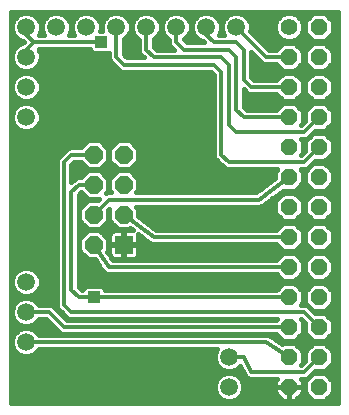
<source format=gbl>
G75*
%MOIN*%
%OFA0B0*%
%FSLAX24Y24*%
%IPPOS*%
%LPD*%
%AMOC8*
5,1,8,0,0,1.08239X$1,22.5*
%
%ADD10R,0.0600X0.0600*%
%ADD11OC8,0.0600*%
%ADD12C,0.0560*%
%ADD13OC8,0.0560*%
%ADD14C,0.0160*%
%ADD15C,0.0591*%
%ADD16C,0.0120*%
%ADD17R,0.0396X0.0396*%
D10*
X005180Y006430D03*
D11*
X005180Y007430D03*
X005180Y008430D03*
X005180Y009430D03*
X004180Y009430D03*
X004180Y008430D03*
X004180Y007430D03*
X004180Y006430D03*
D12*
X010680Y013680D03*
D13*
X010680Y012680D03*
X010680Y011680D03*
X010680Y010680D03*
X010680Y009680D03*
X010680Y008680D03*
X010680Y007680D03*
X010680Y006680D03*
X010680Y005680D03*
X010680Y004680D03*
X010680Y003680D03*
X010680Y002680D03*
X010680Y001680D03*
X011680Y001680D03*
X011680Y002680D03*
X011680Y003680D03*
X011680Y004680D03*
X011680Y005680D03*
X011680Y006680D03*
X011680Y007680D03*
X011680Y008680D03*
X011680Y009680D03*
X011680Y010680D03*
X011680Y011680D03*
X011680Y012680D03*
X011680Y013680D03*
D14*
X001410Y014196D02*
X001410Y001160D01*
X012320Y001160D01*
X012320Y014196D01*
X001410Y014196D01*
X001410Y014153D02*
X001829Y014153D01*
X001835Y014155D02*
X001661Y014083D01*
X001527Y013949D01*
X001455Y013775D01*
X001455Y013585D01*
X001527Y013411D01*
X001661Y013277D01*
X001802Y013219D01*
X001841Y013180D01*
X001802Y013141D01*
X001661Y013083D01*
X001527Y012949D01*
X001455Y012775D01*
X001455Y012585D01*
X001527Y012411D01*
X001661Y012277D01*
X001835Y012205D01*
X002025Y012205D01*
X002199Y012277D01*
X002333Y012411D01*
X002405Y012585D01*
X002405Y012775D01*
X002337Y012940D01*
X004052Y012940D01*
X004052Y012907D01*
X004157Y012802D01*
X004690Y012802D01*
X004690Y012632D01*
X004727Y012544D01*
X004794Y012477D01*
X005044Y012227D01*
X005132Y012190D01*
X008081Y012190D01*
X008190Y012081D01*
X008190Y009382D01*
X008227Y009294D01*
X008294Y009227D01*
X008544Y008977D01*
X008632Y008940D01*
X010289Y008940D01*
X010220Y008871D01*
X010220Y008635D01*
X009600Y008170D01*
X005599Y008170D01*
X005660Y008231D01*
X005660Y008629D01*
X005379Y008910D01*
X004981Y008910D01*
X004700Y008629D01*
X004700Y008231D01*
X004761Y008170D01*
X004632Y008170D01*
X004575Y008146D01*
X004660Y008231D01*
X004660Y008629D01*
X004379Y008910D01*
X003981Y008910D01*
X003741Y008670D01*
X003632Y008670D01*
X003544Y008633D01*
X003420Y008509D01*
X003420Y009081D01*
X003529Y009190D01*
X003741Y009190D01*
X003981Y008950D01*
X004379Y008950D01*
X004660Y009231D01*
X004660Y009629D01*
X004379Y009910D01*
X003981Y009910D01*
X003741Y009670D01*
X003382Y009670D01*
X003294Y009633D01*
X003044Y009383D01*
X002977Y009316D01*
X002940Y009228D01*
X002940Y004382D01*
X002977Y004294D01*
X003227Y004044D01*
X003294Y003977D01*
X003382Y003940D01*
X010289Y003940D01*
X010269Y003920D01*
X003279Y003920D01*
X002883Y004316D01*
X002816Y004383D01*
X002728Y004420D01*
X002345Y004420D01*
X002333Y004449D01*
X002199Y004583D01*
X002025Y004655D01*
X001835Y004655D01*
X001661Y004583D01*
X001527Y004449D01*
X001455Y004275D01*
X001455Y004085D01*
X001527Y003911D01*
X001661Y003777D01*
X001835Y003705D01*
X002025Y003705D01*
X002199Y003777D01*
X002333Y003911D01*
X002345Y003940D01*
X002581Y003940D01*
X003044Y003477D01*
X003132Y003440D01*
X010269Y003440D01*
X010489Y003220D01*
X010871Y003220D01*
X011140Y003489D01*
X011140Y003871D01*
X011071Y003940D01*
X011081Y003940D01*
X011220Y003801D01*
X011220Y003489D01*
X011489Y003220D01*
X011871Y003220D01*
X012140Y003489D01*
X012140Y003871D01*
X011871Y004140D01*
X011559Y004140D01*
X011316Y004383D01*
X011228Y004420D01*
X011071Y004420D01*
X011140Y004489D01*
X011140Y004871D01*
X010871Y005140D01*
X010489Y005140D01*
X010269Y004920D01*
X004558Y004920D01*
X004558Y004953D01*
X004453Y005058D01*
X003907Y005058D01*
X003802Y004953D01*
X003802Y004920D01*
X003779Y004920D01*
X003670Y005029D01*
X003670Y008081D01*
X003760Y008171D01*
X003981Y007950D01*
X004361Y007950D01*
X004321Y007910D01*
X003981Y007910D01*
X003700Y007629D01*
X003700Y007231D01*
X003981Y006950D01*
X004379Y006950D01*
X004660Y007231D01*
X004660Y007571D01*
X004700Y007611D01*
X004700Y007231D01*
X004981Y006950D01*
X005379Y006950D01*
X005396Y006968D01*
X005473Y006910D01*
X005200Y006910D01*
X005200Y006450D01*
X005160Y006450D01*
X005160Y006910D01*
X004856Y006910D01*
X004811Y006898D01*
X004769Y006874D01*
X004736Y006841D01*
X004712Y006799D01*
X004700Y006754D01*
X004700Y006450D01*
X005160Y006450D01*
X005160Y006410D01*
X004700Y006410D01*
X004700Y006106D01*
X004711Y006067D01*
X004625Y006196D01*
X004660Y006231D01*
X004660Y006629D01*
X004379Y006910D01*
X003981Y006910D01*
X003700Y006629D01*
X003700Y006231D01*
X003981Y005950D01*
X004212Y005950D01*
X004467Y005566D01*
X004477Y005544D01*
X004493Y005527D01*
X004507Y005507D01*
X004527Y005494D01*
X004544Y005477D01*
X004566Y005467D01*
X004586Y005454D01*
X004610Y005449D01*
X004632Y005440D01*
X004656Y005440D01*
X004680Y005435D01*
X004704Y005440D01*
X010269Y005440D01*
X010489Y005220D01*
X010871Y005220D01*
X011140Y005489D01*
X011140Y005871D01*
X010871Y006140D01*
X010489Y006140D01*
X010269Y005920D01*
X004808Y005920D01*
X004754Y006001D01*
X004769Y005986D01*
X004811Y005962D01*
X004856Y005950D01*
X005160Y005950D01*
X005160Y006410D01*
X005200Y006410D01*
X005200Y006450D01*
X005660Y006450D01*
X005660Y006754D01*
X005655Y006774D01*
X006022Y006498D01*
X006044Y006477D01*
X006060Y006470D01*
X006074Y006459D01*
X006104Y006452D01*
X006132Y006440D01*
X006150Y006440D01*
X006167Y006436D01*
X006197Y006440D01*
X010269Y006440D01*
X010489Y006220D01*
X010871Y006220D01*
X011140Y006489D01*
X011140Y006871D01*
X010871Y007140D01*
X010489Y007140D01*
X010269Y006920D01*
X006260Y006920D01*
X005660Y007370D01*
X005660Y007629D01*
X005599Y007690D01*
X009663Y007690D01*
X009693Y007686D01*
X009710Y007690D01*
X009728Y007690D01*
X009756Y007702D01*
X009786Y007709D01*
X009800Y007720D01*
X009816Y007727D01*
X009838Y007748D01*
X010480Y008230D01*
X010489Y008220D01*
X010871Y008220D01*
X011140Y008489D01*
X011140Y008871D01*
X011071Y008940D01*
X011228Y008940D01*
X011316Y008977D01*
X011383Y009044D01*
X011559Y009220D01*
X011871Y009220D01*
X012140Y009489D01*
X012140Y009871D01*
X011871Y010140D01*
X011489Y010140D01*
X011220Y009871D01*
X011220Y009559D01*
X011081Y009420D01*
X011071Y009420D01*
X011140Y009489D01*
X011140Y009871D01*
X011071Y009940D01*
X011228Y009940D01*
X011316Y009977D01*
X011383Y010044D01*
X011559Y010220D01*
X011871Y010220D01*
X012140Y010489D01*
X012140Y010871D01*
X011871Y011140D01*
X011489Y011140D01*
X011220Y010871D01*
X011220Y010559D01*
X011081Y010420D01*
X011071Y010420D01*
X011140Y010489D01*
X011140Y010871D01*
X010871Y011140D01*
X010489Y011140D01*
X010269Y010920D01*
X009279Y010920D01*
X009170Y011029D01*
X009170Y011601D01*
X009294Y011477D01*
X009382Y011440D01*
X010269Y011440D01*
X010489Y011220D01*
X010871Y011220D01*
X011140Y011489D01*
X011140Y011871D01*
X010871Y012140D01*
X010489Y012140D01*
X010269Y011920D01*
X009529Y011920D01*
X009420Y012029D01*
X009420Y012851D01*
X009727Y012544D01*
X009794Y012477D01*
X009882Y012440D01*
X010269Y012440D01*
X010489Y012220D01*
X010871Y012220D01*
X011140Y012489D01*
X011140Y012871D01*
X010871Y013140D01*
X010489Y013140D01*
X010269Y012920D01*
X010029Y012920D01*
X009393Y013556D01*
X009405Y013585D01*
X009405Y013775D01*
X009333Y013949D01*
X009199Y014083D01*
X009025Y014155D01*
X008835Y014155D01*
X008661Y014083D01*
X008527Y013949D01*
X008455Y013775D01*
X008455Y013585D01*
X008523Y013420D01*
X008337Y013420D01*
X008405Y013585D01*
X008405Y013775D01*
X008333Y013949D01*
X008199Y014083D01*
X008025Y014155D01*
X007835Y014155D01*
X007661Y014083D01*
X007527Y013949D01*
X007455Y013775D01*
X007455Y013585D01*
X007527Y013411D01*
X007661Y013277D01*
X007802Y013219D01*
X007851Y013170D01*
X007279Y013170D01*
X007180Y013269D01*
X007199Y013277D01*
X007333Y013411D01*
X007405Y013585D01*
X007405Y013775D01*
X007333Y013949D01*
X007199Y014083D01*
X007025Y014155D01*
X006835Y014155D01*
X006661Y014083D01*
X006527Y013949D01*
X006455Y013775D01*
X006455Y013585D01*
X006527Y013411D01*
X006661Y013277D01*
X006690Y013265D01*
X006690Y013132D01*
X006727Y013044D01*
X006794Y012977D01*
X006851Y012920D01*
X006279Y012920D01*
X006170Y013029D01*
X006170Y013265D01*
X006199Y013277D01*
X006333Y013411D01*
X006405Y013585D01*
X006405Y013775D01*
X006333Y013949D01*
X006199Y014083D01*
X006025Y014155D01*
X005835Y014155D01*
X005661Y014083D01*
X005527Y013949D01*
X005455Y013775D01*
X005455Y013585D01*
X005527Y013411D01*
X005661Y013277D01*
X005690Y013265D01*
X005690Y012882D01*
X005727Y012794D01*
X005794Y012727D01*
X005851Y012670D01*
X005279Y012670D01*
X005170Y012779D01*
X005170Y013265D01*
X005199Y013277D01*
X005333Y013411D01*
X005405Y013585D01*
X005405Y013775D01*
X005333Y013949D01*
X005199Y014083D01*
X005025Y014155D01*
X004835Y014155D01*
X004661Y014083D01*
X004527Y013949D01*
X004455Y013775D01*
X004455Y013585D01*
X004466Y013558D01*
X004394Y013558D01*
X004405Y013585D01*
X004405Y013775D01*
X004333Y013949D01*
X004199Y014083D01*
X004025Y014155D01*
X003835Y014155D01*
X003661Y014083D01*
X003527Y013949D01*
X003455Y013775D01*
X003455Y013585D01*
X003523Y013420D01*
X003337Y013420D01*
X003405Y013585D01*
X003405Y013775D01*
X003333Y013949D01*
X003199Y014083D01*
X003025Y014155D01*
X002835Y014155D01*
X002661Y014083D01*
X002527Y013949D01*
X002455Y013775D01*
X002455Y013585D01*
X002523Y013420D01*
X002337Y013420D01*
X002405Y013585D01*
X002405Y013775D01*
X002333Y013949D01*
X002199Y014083D01*
X002025Y014155D01*
X001835Y014155D01*
X002031Y014153D02*
X002829Y014153D01*
X003031Y014153D02*
X003829Y014153D01*
X004031Y014153D02*
X004829Y014153D01*
X005031Y014153D02*
X005829Y014153D01*
X006031Y014153D02*
X006829Y014153D01*
X007031Y014153D02*
X007829Y014153D01*
X008031Y014153D02*
X008829Y014153D01*
X009031Y014153D02*
X012320Y014153D01*
X012320Y013994D02*
X012017Y013994D01*
X012140Y013871D02*
X011871Y014140D01*
X011489Y014140D01*
X011220Y013871D01*
X011220Y013489D01*
X011489Y013220D01*
X011871Y013220D01*
X012140Y013489D01*
X012140Y013871D01*
X012140Y013836D02*
X012320Y013836D01*
X012320Y013677D02*
X012140Y013677D01*
X012140Y013519D02*
X012320Y013519D01*
X012320Y013360D02*
X012011Y013360D01*
X011871Y013140D02*
X011489Y013140D01*
X011220Y012871D01*
X011220Y012489D01*
X011489Y012220D01*
X011871Y012220D01*
X012140Y012489D01*
X012140Y012871D01*
X011871Y013140D01*
X011968Y013043D02*
X012320Y013043D01*
X012320Y012885D02*
X012126Y012885D01*
X012140Y012726D02*
X012320Y012726D01*
X012320Y012568D02*
X012140Y012568D01*
X012060Y012409D02*
X012320Y012409D01*
X012320Y012251D02*
X011901Y012251D01*
X011871Y012140D02*
X011489Y012140D01*
X011220Y011871D01*
X011220Y011489D01*
X011489Y011220D01*
X011871Y011220D01*
X012140Y011489D01*
X012140Y011871D01*
X011871Y012140D01*
X011919Y012092D02*
X012320Y012092D01*
X012320Y011934D02*
X012077Y011934D01*
X012140Y011775D02*
X012320Y011775D01*
X012320Y011617D02*
X012140Y011617D01*
X012109Y011458D02*
X012320Y011458D01*
X012320Y011300D02*
X011950Y011300D01*
X012028Y010983D02*
X012320Y010983D01*
X012320Y011141D02*
X009170Y011141D01*
X009170Y011300D02*
X010410Y011300D01*
X010332Y010983D02*
X009217Y010983D01*
X009170Y011458D02*
X009339Y011458D01*
X009516Y011934D02*
X010283Y011934D01*
X010441Y012092D02*
X009420Y012092D01*
X009420Y012251D02*
X010459Y012251D01*
X010300Y012409D02*
X009420Y012409D01*
X009420Y012568D02*
X009703Y012568D01*
X009727Y012544D02*
X009727Y012544D01*
X009545Y012726D02*
X009420Y012726D01*
X009748Y013202D02*
X012320Y013202D01*
X011459Y012251D02*
X010901Y012251D01*
X010919Y012092D02*
X011441Y012092D01*
X011283Y011934D02*
X011077Y011934D01*
X011140Y011775D02*
X011220Y011775D01*
X011220Y011617D02*
X011140Y011617D01*
X011109Y011458D02*
X011251Y011458D01*
X011410Y011300D02*
X010950Y011300D01*
X011028Y010983D02*
X011332Y010983D01*
X011220Y010824D02*
X011140Y010824D01*
X011140Y010666D02*
X011220Y010666D01*
X011168Y010507D02*
X011140Y010507D01*
X011529Y010190D02*
X012320Y010190D01*
X012320Y010032D02*
X011979Y010032D01*
X012138Y009873D02*
X012320Y009873D01*
X012320Y009715D02*
X012140Y009715D01*
X012140Y009556D02*
X012320Y009556D01*
X012320Y009398D02*
X012048Y009398D01*
X011890Y009239D02*
X012320Y009239D01*
X012320Y009081D02*
X011930Y009081D01*
X011871Y009140D02*
X011489Y009140D01*
X011220Y008871D01*
X011220Y008489D01*
X011489Y008220D01*
X011871Y008220D01*
X012140Y008489D01*
X012140Y008871D01*
X011871Y009140D01*
X012089Y008922D02*
X012320Y008922D01*
X012320Y008764D02*
X012140Y008764D01*
X012140Y008605D02*
X012320Y008605D01*
X012320Y008447D02*
X012097Y008447D01*
X011939Y008288D02*
X012320Y008288D01*
X012320Y008130D02*
X011881Y008130D01*
X011871Y008140D02*
X011489Y008140D01*
X011220Y007871D01*
X011220Y007489D01*
X011489Y007220D01*
X011871Y007220D01*
X012140Y007489D01*
X012140Y007871D01*
X011871Y008140D01*
X012040Y007971D02*
X012320Y007971D01*
X012320Y007813D02*
X012140Y007813D01*
X012140Y007654D02*
X012320Y007654D01*
X012320Y007496D02*
X012140Y007496D01*
X011988Y007337D02*
X012320Y007337D01*
X012320Y007179D02*
X005915Y007179D01*
X005704Y007337D02*
X010372Y007337D01*
X010489Y007220D02*
X010220Y007489D01*
X010220Y007871D01*
X010489Y008140D01*
X010871Y008140D01*
X011140Y007871D01*
X011140Y007489D01*
X010871Y007220D01*
X010489Y007220D01*
X010369Y007020D02*
X006127Y007020D01*
X005749Y006703D02*
X005660Y006703D01*
X005660Y006545D02*
X005961Y006545D01*
X005660Y006410D02*
X005200Y006410D01*
X005200Y005950D01*
X005504Y005950D01*
X005549Y005962D01*
X005591Y005986D01*
X005624Y006019D01*
X005648Y006061D01*
X005660Y006106D01*
X005660Y006410D01*
X005660Y006386D02*
X010323Y006386D01*
X010482Y006228D02*
X005660Y006228D01*
X005650Y006069D02*
X010418Y006069D01*
X010878Y006228D02*
X011482Y006228D01*
X011489Y006220D02*
X011871Y006220D01*
X012140Y006489D01*
X012140Y006871D01*
X011871Y007140D01*
X011489Y007140D01*
X011220Y006871D01*
X011220Y006489D01*
X011489Y006220D01*
X011489Y006140D02*
X011220Y005871D01*
X011220Y005489D01*
X011489Y005220D01*
X011871Y005220D01*
X012140Y005489D01*
X012140Y005871D01*
X011871Y006140D01*
X011489Y006140D01*
X011418Y006069D02*
X010942Y006069D01*
X011100Y005911D02*
X011260Y005911D01*
X011220Y005752D02*
X011140Y005752D01*
X011140Y005594D02*
X011220Y005594D01*
X011274Y005435D02*
X011086Y005435D01*
X010927Y005277D02*
X011433Y005277D01*
X011489Y005140D02*
X011220Y004871D01*
X011220Y004489D01*
X011489Y004220D01*
X011871Y004220D01*
X012140Y004489D01*
X012140Y004871D01*
X011871Y005140D01*
X011489Y005140D01*
X011467Y005118D02*
X010893Y005118D01*
X011051Y004960D02*
X011309Y004960D01*
X011220Y004801D02*
X011140Y004801D01*
X011140Y004643D02*
X011220Y004643D01*
X011225Y004484D02*
X011135Y004484D01*
X011374Y004326D02*
X011384Y004326D01*
X011532Y004167D02*
X012320Y004167D01*
X012320Y004009D02*
X012002Y004009D01*
X012140Y003850D02*
X012320Y003850D01*
X012320Y003692D02*
X012140Y003692D01*
X012140Y003533D02*
X012320Y003533D01*
X012320Y003375D02*
X012025Y003375D01*
X011871Y003140D02*
X011489Y003140D01*
X011220Y002871D01*
X011220Y002559D01*
X011081Y002420D01*
X011071Y002420D01*
X011140Y002489D01*
X011140Y002871D01*
X010871Y003140D01*
X010489Y003140D01*
X010463Y003113D01*
X010083Y003367D01*
X010066Y003383D01*
X010044Y003393D01*
X010023Y003406D01*
X010000Y003411D01*
X009978Y003420D01*
X009954Y003420D01*
X009930Y003425D01*
X009906Y003420D01*
X002345Y003420D01*
X002333Y003449D01*
X002199Y003583D01*
X002025Y003655D01*
X001835Y003655D01*
X001661Y003583D01*
X001527Y003449D01*
X001455Y003275D01*
X001455Y003085D01*
X001527Y002911D01*
X001661Y002777D01*
X001835Y002705D01*
X002025Y002705D01*
X002199Y002777D01*
X002333Y002911D01*
X002345Y002940D01*
X008273Y002940D01*
X008205Y002775D01*
X008205Y002585D01*
X008277Y002411D01*
X008411Y002277D01*
X008585Y002205D01*
X008775Y002205D01*
X008949Y002277D01*
X009058Y002386D01*
X009212Y002080D01*
X009227Y002044D01*
X009233Y002038D01*
X009237Y002030D01*
X009266Y002004D01*
X009294Y001977D01*
X009302Y001973D01*
X009309Y001967D01*
X009346Y001955D01*
X009382Y001940D01*
X009391Y001940D01*
X009399Y001937D01*
X009439Y001940D01*
X010289Y001940D01*
X010220Y001871D01*
X010220Y001690D01*
X010670Y001690D01*
X010670Y001670D01*
X010690Y001670D01*
X010690Y001690D01*
X011140Y001690D01*
X011140Y001871D01*
X011071Y001940D01*
X011228Y001940D01*
X011316Y001977D01*
X011383Y002044D01*
X011559Y002220D01*
X011871Y002220D01*
X012140Y002489D01*
X012140Y002871D01*
X011871Y003140D01*
X011953Y003058D02*
X012320Y003058D01*
X012320Y003216D02*
X010309Y003216D01*
X010335Y003375D02*
X010075Y003375D01*
X010953Y003058D02*
X011407Y003058D01*
X011248Y002899D02*
X011112Y002899D01*
X011140Y002741D02*
X011220Y002741D01*
X011220Y002582D02*
X011140Y002582D01*
X011084Y002424D02*
X011074Y002424D01*
X011446Y002107D02*
X011456Y002107D01*
X011489Y002140D02*
X011220Y001871D01*
X011220Y001489D01*
X011489Y001220D01*
X011871Y001220D01*
X012140Y001489D01*
X012140Y001871D01*
X011871Y002140D01*
X011489Y002140D01*
X011297Y001948D02*
X011247Y001948D01*
X011220Y001790D02*
X011140Y001790D01*
X011140Y001670D02*
X010690Y001670D01*
X010690Y001220D01*
X010871Y001220D01*
X011140Y001489D01*
X011140Y001670D01*
X011140Y001631D02*
X011220Y001631D01*
X011237Y001473D02*
X011123Y001473D01*
X010965Y001314D02*
X011395Y001314D01*
X011965Y001314D02*
X012320Y001314D01*
X012320Y001473D02*
X012123Y001473D01*
X012140Y001631D02*
X012320Y001631D01*
X012320Y001790D02*
X012140Y001790D01*
X012063Y001948D02*
X012320Y001948D01*
X012320Y002107D02*
X011904Y002107D01*
X011916Y002265D02*
X012320Y002265D01*
X012320Y002424D02*
X012074Y002424D01*
X012140Y002582D02*
X012320Y002582D01*
X012320Y002741D02*
X012140Y002741D01*
X012112Y002899D02*
X012320Y002899D01*
X011335Y003375D02*
X011025Y003375D01*
X011140Y003533D02*
X011220Y003533D01*
X011220Y003692D02*
X011140Y003692D01*
X011140Y003850D02*
X011171Y003850D01*
X011976Y004326D02*
X012320Y004326D01*
X012320Y004484D02*
X012135Y004484D01*
X012140Y004643D02*
X012320Y004643D01*
X012320Y004801D02*
X012140Y004801D01*
X012051Y004960D02*
X012320Y004960D01*
X012320Y005118D02*
X011893Y005118D01*
X011927Y005277D02*
X012320Y005277D01*
X012320Y005435D02*
X012086Y005435D01*
X012140Y005594D02*
X012320Y005594D01*
X012320Y005752D02*
X012140Y005752D01*
X012100Y005911D02*
X012320Y005911D01*
X012320Y006069D02*
X011942Y006069D01*
X011878Y006228D02*
X012320Y006228D01*
X012320Y006386D02*
X012037Y006386D01*
X012140Y006545D02*
X012320Y006545D01*
X012320Y006703D02*
X012140Y006703D01*
X012140Y006862D02*
X012320Y006862D01*
X012320Y007020D02*
X011991Y007020D01*
X011369Y007020D02*
X010991Y007020D01*
X011140Y006862D02*
X011220Y006862D01*
X011220Y006703D02*
X011140Y006703D01*
X011140Y006545D02*
X011220Y006545D01*
X011323Y006386D02*
X011037Y006386D01*
X010988Y007337D02*
X011372Y007337D01*
X011220Y007496D02*
X011140Y007496D01*
X011140Y007654D02*
X011220Y007654D01*
X011220Y007813D02*
X011140Y007813D01*
X011040Y007971D02*
X011320Y007971D01*
X011479Y008130D02*
X010881Y008130D01*
X010939Y008288D02*
X011421Y008288D01*
X011263Y008447D02*
X011097Y008447D01*
X011140Y008605D02*
X011220Y008605D01*
X011220Y008764D02*
X011140Y008764D01*
X011089Y008922D02*
X011271Y008922D01*
X011420Y009081D02*
X011430Y009081D01*
X011217Y009556D02*
X011140Y009556D01*
X011140Y009715D02*
X011220Y009715D01*
X011222Y009873D02*
X011138Y009873D01*
X011371Y010032D02*
X011381Y010032D01*
X011999Y010349D02*
X012320Y010349D01*
X012320Y010507D02*
X012140Y010507D01*
X012140Y010666D02*
X012320Y010666D01*
X012320Y010824D02*
X012140Y010824D01*
X011300Y012409D02*
X011060Y012409D01*
X011140Y012568D02*
X011220Y012568D01*
X011220Y012726D02*
X011140Y012726D01*
X011126Y012885D02*
X011234Y012885D01*
X011392Y013043D02*
X010968Y013043D01*
X010941Y013290D02*
X010771Y013220D01*
X010588Y013220D01*
X010419Y013290D01*
X010290Y013419D01*
X010220Y013588D01*
X010220Y013771D01*
X010290Y013941D01*
X010419Y014070D01*
X010588Y014140D01*
X010771Y014140D01*
X010941Y014070D01*
X011070Y013941D01*
X011140Y013771D01*
X011140Y013588D01*
X011070Y013419D01*
X010941Y013290D01*
X011011Y013360D02*
X011349Y013360D01*
X011220Y013519D02*
X011111Y013519D01*
X011140Y013677D02*
X011220Y013677D01*
X011220Y013836D02*
X011113Y013836D01*
X011017Y013994D02*
X011343Y013994D01*
X010349Y013360D02*
X009589Y013360D01*
X009431Y013519D02*
X010249Y013519D01*
X010220Y013677D02*
X009405Y013677D01*
X009380Y013836D02*
X010247Y013836D01*
X010343Y013994D02*
X009288Y013994D01*
X008572Y013994D02*
X008288Y013994D01*
X008380Y013836D02*
X008480Y013836D01*
X008455Y013677D02*
X008405Y013677D01*
X008378Y013519D02*
X008482Y013519D01*
X007819Y013202D02*
X007248Y013202D01*
X007282Y013360D02*
X007578Y013360D01*
X007482Y013519D02*
X007378Y013519D01*
X007405Y013677D02*
X007455Y013677D01*
X007480Y013836D02*
X007380Y013836D01*
X007288Y013994D02*
X007572Y013994D01*
X006690Y013202D02*
X006170Y013202D01*
X006170Y013043D02*
X006728Y013043D01*
X006578Y013360D02*
X006282Y013360D01*
X006378Y013519D02*
X006482Y013519D01*
X006455Y013677D02*
X006405Y013677D01*
X006380Y013836D02*
X006480Y013836D01*
X006572Y013994D02*
X006288Y013994D01*
X005572Y013994D02*
X005288Y013994D01*
X005380Y013836D02*
X005480Y013836D01*
X005455Y013677D02*
X005405Y013677D01*
X005378Y013519D02*
X005482Y013519D01*
X005578Y013360D02*
X005282Y013360D01*
X005170Y013202D02*
X005690Y013202D01*
X005690Y013043D02*
X005170Y013043D01*
X005170Y012885D02*
X005690Y012885D01*
X005795Y012726D02*
X005223Y012726D01*
X004862Y012409D02*
X002331Y012409D01*
X002398Y012568D02*
X004717Y012568D01*
X004690Y012726D02*
X002405Y012726D01*
X002360Y012885D02*
X004075Y012885D01*
X003482Y013519D02*
X003378Y013519D01*
X003405Y013677D02*
X003455Y013677D01*
X003480Y013836D02*
X003380Y013836D01*
X003288Y013994D02*
X003572Y013994D01*
X004288Y013994D02*
X004572Y013994D01*
X004480Y013836D02*
X004380Y013836D01*
X004405Y013677D02*
X004455Y013677D01*
X005020Y012251D02*
X002135Y012251D01*
X002025Y012155D02*
X002199Y012083D01*
X002333Y011949D01*
X002405Y011775D01*
X008190Y011775D01*
X008190Y011617D02*
X002405Y011617D01*
X002405Y011585D02*
X002333Y011411D01*
X002199Y011277D01*
X002025Y011205D01*
X001835Y011205D01*
X001661Y011277D01*
X001527Y011411D01*
X001455Y011585D01*
X001455Y011775D01*
X001410Y011775D01*
X001455Y011775D02*
X001527Y011949D01*
X001661Y012083D01*
X001835Y012155D01*
X002025Y012155D01*
X002177Y012092D02*
X008179Y012092D01*
X008190Y011934D02*
X002339Y011934D01*
X002405Y011775D02*
X002405Y011585D01*
X002352Y011458D02*
X008190Y011458D01*
X008190Y011300D02*
X002222Y011300D01*
X002199Y011083D02*
X002025Y011155D01*
X001835Y011155D01*
X001661Y011083D01*
X001527Y010949D01*
X001455Y010775D01*
X001455Y010585D01*
X001527Y010411D01*
X001661Y010277D01*
X001835Y010205D01*
X002025Y010205D01*
X002199Y010277D01*
X002333Y010411D01*
X002405Y010585D01*
X002405Y010775D01*
X002333Y010949D01*
X002199Y011083D01*
X002300Y010983D02*
X008190Y010983D01*
X008190Y011141D02*
X002059Y011141D01*
X001801Y011141D02*
X001410Y011141D01*
X001410Y010983D02*
X001560Y010983D01*
X001475Y010824D02*
X001410Y010824D01*
X001410Y010666D02*
X001455Y010666D01*
X001487Y010507D02*
X001410Y010507D01*
X001410Y010349D02*
X001589Y010349D01*
X001410Y010190D02*
X008190Y010190D01*
X008190Y010032D02*
X001410Y010032D01*
X001410Y009873D02*
X003944Y009873D01*
X003786Y009715D02*
X001410Y009715D01*
X001410Y009556D02*
X003217Y009556D01*
X003058Y009398D02*
X001410Y009398D01*
X001410Y009239D02*
X002945Y009239D01*
X002940Y009081D02*
X001410Y009081D01*
X001410Y008922D02*
X002940Y008922D01*
X002940Y008764D02*
X001410Y008764D01*
X001410Y008605D02*
X002940Y008605D01*
X002940Y008447D02*
X001410Y008447D01*
X001410Y008288D02*
X002940Y008288D01*
X002940Y008130D02*
X001410Y008130D01*
X001410Y007971D02*
X002940Y007971D01*
X002940Y007813D02*
X001410Y007813D01*
X001410Y007654D02*
X002940Y007654D01*
X002940Y007496D02*
X001410Y007496D01*
X001410Y007337D02*
X002940Y007337D01*
X002940Y007179D02*
X001410Y007179D01*
X001410Y007020D02*
X002940Y007020D01*
X002940Y006862D02*
X001410Y006862D01*
X001410Y006703D02*
X002940Y006703D01*
X002940Y006545D02*
X001410Y006545D01*
X001410Y006386D02*
X002940Y006386D01*
X002940Y006228D02*
X001410Y006228D01*
X001410Y006069D02*
X002940Y006069D01*
X002940Y005911D02*
X001410Y005911D01*
X001410Y005752D02*
X002940Y005752D01*
X002940Y005594D02*
X002174Y005594D01*
X002199Y005583D02*
X002025Y005655D01*
X001835Y005655D01*
X001661Y005583D01*
X001527Y005449D01*
X001455Y005275D01*
X001455Y005085D01*
X001527Y004911D01*
X001661Y004777D01*
X001835Y004705D01*
X002025Y004705D01*
X002199Y004777D01*
X002333Y004911D01*
X002405Y005085D01*
X002405Y005275D01*
X002333Y005449D01*
X002199Y005583D01*
X002339Y005435D02*
X002940Y005435D01*
X002940Y005277D02*
X002404Y005277D01*
X002405Y005118D02*
X002940Y005118D01*
X002940Y004960D02*
X002353Y004960D01*
X002223Y004801D02*
X002940Y004801D01*
X002940Y004643D02*
X002055Y004643D01*
X002298Y004484D02*
X002940Y004484D01*
X002964Y004326D02*
X002874Y004326D01*
X003032Y004167D02*
X003104Y004167D01*
X003191Y004009D02*
X003262Y004009D01*
X002829Y003692D02*
X001410Y003692D01*
X001410Y003850D02*
X001588Y003850D01*
X001487Y004009D02*
X001410Y004009D01*
X001410Y004167D02*
X001455Y004167D01*
X001476Y004326D02*
X001410Y004326D01*
X001410Y004484D02*
X001562Y004484D01*
X001410Y004643D02*
X001805Y004643D01*
X001637Y004801D02*
X001410Y004801D01*
X001410Y004960D02*
X001507Y004960D01*
X001455Y005118D02*
X001410Y005118D01*
X001410Y005277D02*
X001456Y005277D01*
X001410Y005435D02*
X001521Y005435D01*
X001410Y005594D02*
X001686Y005594D01*
X002272Y003850D02*
X002671Y003850D01*
X002988Y003533D02*
X002249Y003533D01*
X002321Y002899D02*
X008256Y002899D01*
X008205Y002741D02*
X002111Y002741D01*
X001749Y002741D02*
X001410Y002741D01*
X001410Y002899D02*
X001539Y002899D01*
X001466Y003058D02*
X001410Y003058D01*
X001410Y003216D02*
X001455Y003216D01*
X001496Y003375D02*
X001410Y003375D01*
X001410Y003533D02*
X001611Y003533D01*
X001410Y002582D02*
X008206Y002582D01*
X008272Y002424D02*
X001410Y002424D01*
X001410Y002265D02*
X008440Y002265D01*
X008468Y002107D02*
X001410Y002107D01*
X001410Y001948D02*
X008277Y001948D01*
X008277Y001949D02*
X008205Y001775D01*
X008205Y001585D01*
X008277Y001411D01*
X008411Y001277D01*
X008585Y001205D01*
X008775Y001205D01*
X008949Y001277D01*
X009083Y001411D01*
X009155Y001585D01*
X009155Y001775D01*
X009083Y001949D01*
X008949Y002083D01*
X008775Y002155D01*
X008585Y002155D01*
X008411Y002083D01*
X008277Y001949D01*
X008211Y001790D02*
X001410Y001790D01*
X001410Y001631D02*
X008205Y001631D01*
X008252Y001473D02*
X001410Y001473D01*
X001410Y001314D02*
X008374Y001314D01*
X008986Y001314D02*
X010395Y001314D01*
X010489Y001220D02*
X010220Y001489D01*
X010220Y001670D01*
X010670Y001670D01*
X010670Y001220D01*
X010489Y001220D01*
X010670Y001314D02*
X010690Y001314D01*
X010690Y001473D02*
X010670Y001473D01*
X010670Y001631D02*
X010690Y001631D01*
X010220Y001631D02*
X009155Y001631D01*
X009149Y001790D02*
X010220Y001790D01*
X010237Y001473D02*
X009108Y001473D01*
X009083Y001948D02*
X009363Y001948D01*
X009198Y002107D02*
X008892Y002107D01*
X008920Y002265D02*
X009119Y002265D01*
X010309Y004960D02*
X004551Y004960D01*
X004449Y005594D02*
X003670Y005594D01*
X003670Y005752D02*
X004344Y005752D01*
X004238Y005911D02*
X003670Y005911D01*
X003670Y006069D02*
X003862Y006069D01*
X003704Y006228D02*
X003670Y006228D01*
X003670Y006386D02*
X003700Y006386D01*
X003700Y006545D02*
X003670Y006545D01*
X003670Y006703D02*
X003774Y006703D01*
X003670Y006862D02*
X003933Y006862D01*
X003911Y007020D02*
X003670Y007020D01*
X003670Y007179D02*
X003753Y007179D01*
X003700Y007337D02*
X003670Y007337D01*
X003670Y007496D02*
X003700Y007496D01*
X003725Y007654D02*
X003670Y007654D01*
X003670Y007813D02*
X003884Y007813D01*
X003960Y007971D02*
X003670Y007971D01*
X003719Y008130D02*
X003802Y008130D01*
X003516Y008605D02*
X003420Y008605D01*
X003420Y008764D02*
X003835Y008764D01*
X003851Y009081D02*
X003420Y009081D01*
X003420Y008922D02*
X010271Y008922D01*
X010220Y008764D02*
X005525Y008764D01*
X005660Y008605D02*
X010180Y008605D01*
X009969Y008447D02*
X005660Y008447D01*
X005660Y008288D02*
X009757Y008288D01*
X010135Y007971D02*
X010320Y007971D01*
X010346Y008130D02*
X010479Y008130D01*
X010220Y007813D02*
X009923Y007813D01*
X010220Y007654D02*
X005635Y007654D01*
X005660Y007496D02*
X010220Y007496D01*
X010274Y005435D02*
X003670Y005435D01*
X003670Y005277D02*
X010433Y005277D01*
X010467Y005118D02*
X003670Y005118D01*
X003740Y004960D02*
X003809Y004960D01*
X004709Y006069D02*
X004710Y006069D01*
X004700Y006228D02*
X004656Y006228D01*
X004660Y006386D02*
X004700Y006386D01*
X004700Y006545D02*
X004660Y006545D01*
X004700Y006703D02*
X004586Y006703D01*
X004427Y006862D02*
X004757Y006862D01*
X004911Y007020D02*
X004449Y007020D01*
X004607Y007179D02*
X004753Y007179D01*
X004700Y007337D02*
X004660Y007337D01*
X004660Y007496D02*
X004700Y007496D01*
X005160Y006862D02*
X005200Y006862D01*
X005200Y006703D02*
X005160Y006703D01*
X005160Y006545D02*
X005200Y006545D01*
X005200Y006386D02*
X005160Y006386D01*
X005160Y006228D02*
X005200Y006228D01*
X005200Y006069D02*
X005160Y006069D01*
X004700Y008288D02*
X004660Y008288D01*
X004660Y008447D02*
X004700Y008447D01*
X004700Y008605D02*
X004660Y008605D01*
X004525Y008764D02*
X004835Y008764D01*
X004981Y008950D02*
X005379Y008950D01*
X005660Y009231D01*
X005660Y009629D01*
X005379Y009910D01*
X004981Y009910D01*
X004700Y009629D01*
X004700Y009231D01*
X004981Y008950D01*
X004851Y009081D02*
X004509Y009081D01*
X004660Y009239D02*
X004700Y009239D01*
X004700Y009398D02*
X004660Y009398D01*
X004660Y009556D02*
X004700Y009556D01*
X004786Y009715D02*
X004574Y009715D01*
X004416Y009873D02*
X004944Y009873D01*
X005416Y009873D02*
X008190Y009873D01*
X008190Y009715D02*
X005574Y009715D01*
X005660Y009556D02*
X008190Y009556D01*
X008190Y009398D02*
X005660Y009398D01*
X005660Y009239D02*
X008282Y009239D01*
X008440Y009081D02*
X005509Y009081D01*
X008190Y010349D02*
X002271Y010349D01*
X002373Y010507D02*
X008190Y010507D01*
X008190Y010666D02*
X002405Y010666D01*
X002385Y010824D02*
X008190Y010824D01*
X009906Y013043D02*
X010392Y013043D01*
X002572Y013994D02*
X002288Y013994D01*
X002380Y013836D02*
X002480Y013836D01*
X002455Y013677D02*
X002405Y013677D01*
X002378Y013519D02*
X002482Y013519D01*
X001819Y013202D02*
X001410Y013202D01*
X001410Y013360D02*
X001578Y013360D01*
X001482Y013519D02*
X001410Y013519D01*
X001410Y013677D02*
X001455Y013677D01*
X001480Y013836D02*
X001410Y013836D01*
X001410Y013994D02*
X001572Y013994D01*
X001621Y013043D02*
X001410Y013043D01*
X001410Y012885D02*
X001500Y012885D01*
X001455Y012726D02*
X001410Y012726D01*
X001410Y012568D02*
X001462Y012568D01*
X001410Y012409D02*
X001529Y012409D01*
X001410Y012251D02*
X001725Y012251D01*
X001683Y012092D02*
X001410Y012092D01*
X001410Y011934D02*
X001521Y011934D01*
X001455Y011617D02*
X001410Y011617D01*
X001410Y011458D02*
X001508Y011458D01*
X001410Y011300D02*
X001638Y011300D01*
D15*
X001930Y011680D03*
X001930Y012680D03*
X001930Y013680D03*
X002930Y013680D03*
X003930Y013680D03*
X004930Y013680D03*
X005930Y013680D03*
X006930Y013680D03*
X007930Y013680D03*
X008930Y013680D03*
X005180Y010930D03*
X001930Y010680D03*
X001930Y009680D03*
X001930Y008680D03*
X001930Y005180D03*
X001930Y004180D03*
X001930Y003180D03*
X005680Y002430D03*
X008680Y002680D03*
X008680Y001680D03*
D16*
X009430Y002180D02*
X009180Y002680D01*
X008680Y002680D01*
X009430Y002180D02*
X011180Y002180D01*
X011680Y002680D01*
X011680Y003680D02*
X011180Y004180D01*
X003430Y004180D01*
X003180Y004430D01*
X003180Y009180D01*
X003430Y009430D01*
X004180Y009430D01*
X004180Y008430D02*
X003680Y008430D01*
X003430Y008180D01*
X003430Y004930D01*
X003680Y004680D01*
X004180Y004680D01*
X010680Y004680D01*
X010680Y005680D02*
X004680Y005680D01*
X004180Y006430D01*
X004180Y007430D02*
X004680Y007930D01*
X009680Y007930D01*
X010680Y008680D01*
X011180Y009180D02*
X008680Y009180D01*
X008430Y009430D01*
X008430Y012180D01*
X008180Y012430D01*
X005180Y012430D01*
X004930Y012680D01*
X004930Y013680D01*
X004430Y013180D02*
X002180Y013180D01*
X001930Y012930D01*
X001930Y012680D01*
X002180Y013180D02*
X001930Y013430D01*
X001930Y013680D01*
X005930Y013680D02*
X005930Y012930D01*
X006180Y012680D01*
X008430Y012680D01*
X008680Y012430D01*
X008680Y010430D01*
X008930Y010180D01*
X011180Y010180D01*
X011680Y010680D01*
X011680Y009680D02*
X011180Y009180D01*
X010680Y010680D02*
X009180Y010680D01*
X008930Y010930D01*
X008930Y012680D01*
X008680Y012930D01*
X007180Y012930D01*
X006930Y013180D01*
X006930Y013680D01*
X007930Y013680D02*
X007930Y013430D01*
X008180Y013180D01*
X008930Y013180D01*
X009180Y012930D01*
X009180Y011930D01*
X009430Y011680D01*
X010680Y011680D01*
X010680Y012680D02*
X009930Y012680D01*
X008930Y013680D01*
X005180Y007430D02*
X006180Y006680D01*
X010680Y006680D01*
X010680Y003680D02*
X003180Y003680D01*
X002680Y004180D01*
X001930Y004180D01*
X001930Y003180D02*
X009930Y003180D01*
X010680Y002680D01*
D17*
X004180Y004680D03*
X004430Y013180D03*
M02*

</source>
